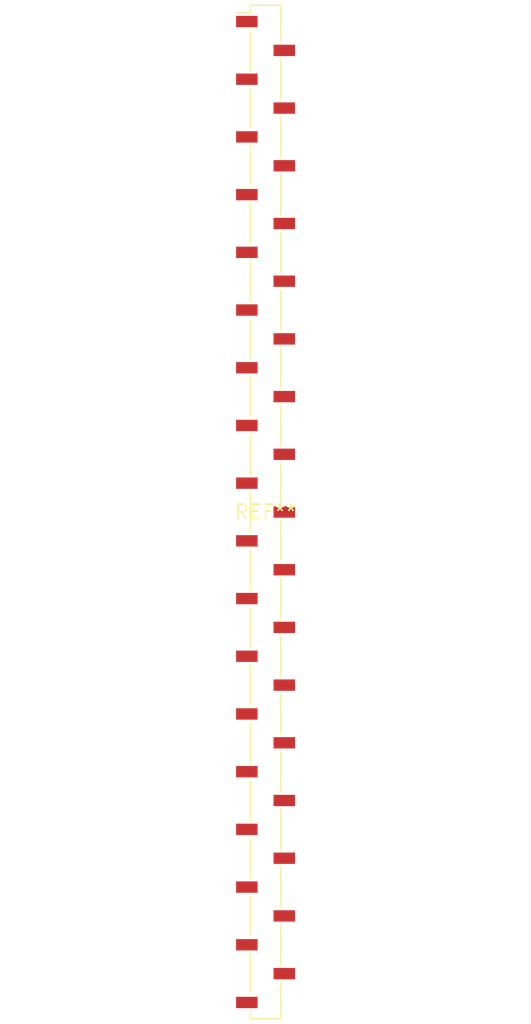
<source format=kicad_pcb>
(kicad_pcb (version 20240108) (generator pcbnew)
  (layers (0 "F.Cu" signal) (31 "B.Cu" signal) (34 "B.Paste" user) (35 "F.Paste" user) (36 "B.SilkS" user "B.Silkscreen") (37 "F.SilkS" user "F.Silkscreen") (38 "B.Mask" user) (39 "F.Mask" user) (44 "Edge.Cuts" user))
  (net 0 "")
  (footprint "PinSocket_1x35_P2.54mm_Vertical_SMD_Pin1Left" (layer "F.Cu") (at 0 0)
    (property "Reference" "REF**")
    (property "Value" "PinSocket_1x35_P2.54mm_Vertical_SMD_Pin1Left")
    (fp_line (start -2.54 -43.94) (end -1.33 -43.94) (layer "F.SilkS") (stroke (width 0.12)))
    (fp_line (start -1.33 -44.61) (end -1.33 -43.94) (layer "F.SilkS") (stroke (width 0.12)))
    (fp_line (start -1.33 -44.61) (end 1.33 -44.61) (layer "F.SilkS") (stroke (width 0.12)))
    (fp_line (start -1.33 -42.42) (end -1.33 -38.86) (layer "F.SilkS") (stroke (width 0.12)))
    (fp_line (start -1.33 -37.34) (end -1.33 -33.78) (layer "F.SilkS") (stroke (width 0.12)))
    (fp_line (start -1.33 -32.26) (end -1.33 -28.7) (layer "F.SilkS") (stroke (width 0.12)))
    (fp_line (start -1.33 -27.18) (end -1.33 -23.62) (layer "F.SilkS") (stroke (width 0.12)))
    (fp_line (start -1.33 -22.1) (end -1.33 -18.54) (layer "F.SilkS") (stroke (width 0.12)))
    (fp_line (start -1.33 -17.02) (end -1.33 -13.46) (layer "F.SilkS") (stroke (width 0.12)))
    (fp_line (start -1.33 -11.94) (end -1.33 -8.38) (layer "F.SilkS") (stroke (width 0.12)))
    (fp_line (start -1.33 -6.86) (end -1.33 -3.3) (layer "F.SilkS") (stroke (width 0.12)))
    (fp_line (start -1.33 -1.78) (end -1.33 1.78) (layer "F.SilkS") (stroke (width 0.12)))
    (fp_line (start -1.33 3.3) (end -1.33 6.86) (layer "F.SilkS") (stroke (width 0.12)))
    (fp_line (start -1.33 8.38) (end -1.33 11.94) (layer "F.SilkS") (stroke (width 0.12)))
    (fp_line (start -1.33 13.46) (end -1.33 17.02) (layer "F.SilkS") (stroke (width 0.12)))
    (fp_line (start -1.33 18.54) (end -1.33 22.1) (layer "F.SilkS") (stroke (width 0.12)))
    (fp_line (start -1.33 23.62) (end -1.33 27.18) (layer "F.SilkS") (stroke (width 0.12)))
    (fp_line (start -1.33 28.7) (end -1.33 32.26) (layer "F.SilkS") (stroke (width 0.12)))
    (fp_line (start -1.33 33.78) (end -1.33 37.34) (layer "F.SilkS") (stroke (width 0.12)))
    (fp_line (start -1.33 38.86) (end -1.33 42.42) (layer "F.SilkS") (stroke (width 0.12)))
    (fp_line (start -1.33 43.94) (end -1.33 44.61) (layer "F.SilkS") (stroke (width 0.12)))
    (fp_line (start -1.33 44.61) (end 1.33 44.61) (layer "F.SilkS") (stroke (width 0.12)))
    (fp_line (start 1.33 -44.61) (end 1.33 -41.4) (layer "F.SilkS") (stroke (width 0.12)))
    (fp_line (start 1.33 -39.88) (end 1.33 -36.32) (layer "F.SilkS") (stroke (width 0.12)))
    (fp_line (start 1.33 -34.8) (end 1.33 -31.24) (layer "F.SilkS") (stroke (width 0.12)))
    (fp_line (start 1.33 -29.72) (end 1.33 -26.16) (layer "F.SilkS") (stroke (width 0.12)))
    (fp_line (start 1.33 -24.64) (end 1.33 -21.08) (layer "F.SilkS") (stroke (width 0.12)))
    (fp_line (start 1.33 -19.56) (end 1.33 -16) (layer "F.SilkS") (stroke (width 0.12)))
    (fp_line (start 1.33 -14.48) (end 1.33 -10.92) (layer "F.SilkS") (stroke (width 0.12)))
    (fp_line (start 1.33 -9.4) (end 1.33 -5.84) (layer "F.SilkS") (stroke (width 0.12)))
    (fp_line (start 1.33 -4.32) (end 1.33 -0.76) (layer "F.SilkS") (stroke (width 0.12)))
    (fp_line (start 1.33 0.76) (end 1.33 4.32) (layer "F.SilkS") (stroke (width 0.12)))
    (fp_line (start 1.33 5.84) (end 1.33 9.4) (layer "F.SilkS") (stroke (width 0.12)))
    (fp_line (start 1.33 10.92) (end 1.33 14.48) (layer "F.SilkS") (stroke (width 0.12)))
    (fp_line (start 1.33 16) (end 1.33 19.56) (layer "F.SilkS") (stroke (width 0.12)))
    (fp_line (start 1.33 21.08) (end 1.33 24.64) (layer "F.SilkS") (stroke (width 0.12)))
    (fp_line (start 1.33 26.16) (end 1.33 29.72) (layer "F.SilkS") (stroke (width 0.12)))
    (fp_line (start 1.33 31.24) (end 1.33 34.8) (layer "F.SilkS") (stroke (width 0.12)))
    (fp_line (start 1.33 36.32) (end 1.33 39.88) (layer "F.SilkS") (stroke (width 0.12)))
    (fp_line (start 1.33 41.4) (end 1.33 44.61) (layer "F.SilkS") (stroke (width 0.12)))
    (pad "1" smd rect (at -1.65 -43.18) (size 1.9 1) (layers "F.Cu" "F.Paste" "F.Mask"))
    (pad "2" smd rect (at 1.65 -40.64) (size 1.9 1) (layers "F.Cu" "F.Paste" "F.Mask"))
    (pad "3" smd rect (at -1.65 -38.1) (size 1.9 1) (layers "F.Cu" "F.Paste" "F.Mask"))
    (pad "4" smd rect (at 1.65 -35.56) (size 1.9 1) (layers "F.Cu" "F.Paste" "F.Mask"))
    (pad "5" smd rect (at -1.65 -33.02) (size 1.9 1) (layers "F.Cu" "F.Paste" "F.Mask"))
    (pad "6" smd rect (at 1.65 -30.48) (size 1.9 1) (layers "F.Cu" "F.Paste" "F.Mask"))
    (pad "7" smd rect (at -1.65 -27.94) (size 1.9 1) (layers "F.Cu" "F.Paste" "F.Mask"))
    (pad "8" smd rect (at 1.65 -25.4) (size 1.9 1) (layers "F.Cu" "F.Paste" "F.Mask"))
    (pad "9" smd rect (at -1.65 -22.86) (size 1.9 1) (layers "F.Cu" "F.Paste" "F.Mask"))
    (pad "10" smd rect (at 1.65 -20.32) (size 1.9 1) (layers "F.Cu" "F.Paste" "F.Mask"))
    (pad "11" smd rect (at -1.65 -17.78) (size 1.9 1) (layers "F.Cu" "F.Paste" "F.Mask"))
    (pad "12" smd rect (at 1.65 -15.24) (size 1.9 1) (layers "F.Cu" "F.Paste" "F.Mask"))
    (pad "13" smd rect (at -1.65 -12.7) (size 1.9 1) (layers "F.Cu" "F.Paste" "F.Mask"))
    (pad "14" smd rect (at 1.65 -10.16) (size 1.9 1) (layers "F.Cu" "F.Paste" "F.Mask"))
    (pad "15" smd rect (at -1.65 -7.62) (size 1.9 1) (layers "F.Cu" "F.Paste" "F.Mask"))
    (pad "16" smd rect (at 1.65 -5.08) (size 1.9 1) (layers "F.Cu" "F.Paste" "F.Mask"))
    (pad "17" smd rect (at -1.65 -2.54) (size 1.9 1) (layers "F.Cu" "F.Paste" "F.Mask"))
    (pad "18" smd rect (at 1.65 0) (size 1.9 1) (layers "F.Cu" "F.Paste" "F.Mask"))
    (pad "19" smd rect (at -1.65 2.54) (size 1.9 1) (layers "F.Cu" "F.Paste" "F.Mask"))
    (pad "20" smd rect (at 1.65 5.08) (size 1.9 1) (layers "F.Cu" "F.Paste" "F.Mask"))
    (pad "21" smd rect (at -1.65 7.62) (size 1.9 1) (layers "F.Cu" "F.Paste" "F.Mask"))
    (pad "22" smd rect (at 1.65 10.16) (size 1.9 1) (layers "F.Cu" "F.Paste" "F.Mask"))
    (pad "23" smd rect (at -1.65 12.7) (size 1.9 1) (layers "F.Cu" "F.Paste" "F.Mask"))
    (pad "24" smd rect (at 1.65 15.24) (size 1.9 1) (layers "F.Cu" "F.Paste" "F.Mask"))
    (pad "25" smd rect (at -1.65 17.78) (size 1.9 1) (layers "F.Cu" "F.Paste" "F.Mask"))
    (pad "26" smd rect (at 1.65 20.32) (size 1.9 1) (layers "F.Cu" "F.Paste" "F.Mask"))
    (pad "27" smd rect (at -1.65 22.86) (size 1.9 1) (layers "F.Cu" "F.Paste" "F.Mask"))
    (pad "28" smd rect (at 1.65 25.4) (size 1.9 1) (layers "F.Cu" "F.Paste" "F.Mask"))
    (pad "29" smd rect (at -1.65 27.94) (size 1.9 1) (layers "F.Cu" "F.Paste" "F.Mask"))
    (pad "30" smd rect (at 1.65 30.48) (size 1.9 1) (layers "F.Cu" "F.Paste" "F.Mask"))
    (pad "31" smd rect (at -1.65 33.02) (size 1.9 1) (layers "F.Cu" "F.Paste" "F.Mask"))
    (pad "32" smd rect (at 1.65 35.56) (size 1.9 1) (layers "F.Cu" "F.Paste" "F.Mask"))
    (pad "33" smd rect (at -1.65 38.1) (size 1.9 1) (layers "F.Cu" "F.Paste" "F.Mask"))
    (pad "34" smd rect (at 1.65 40.64) (size 1.9 1) (layers "F.Cu" "F.Paste" "F.Mask"))
    (pad "35" smd rect (at -1.65 43.18) (size 1.9 1) (layers "F.Cu" "F.Paste" "F.Mask"))
  )
)
</source>
